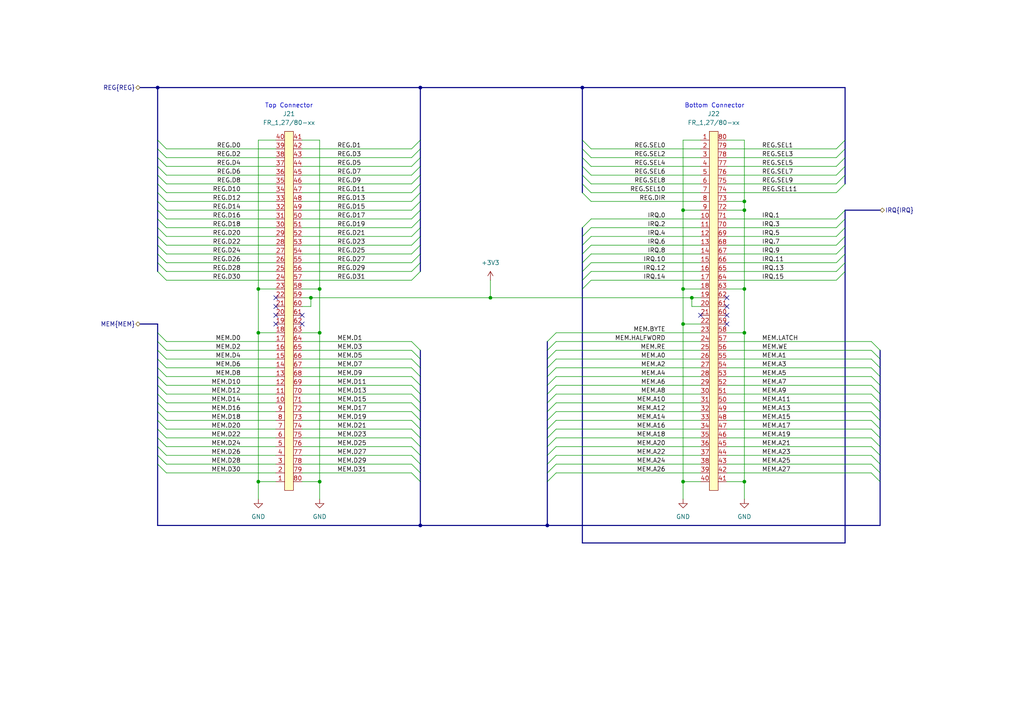
<source format=kicad_sch>
(kicad_sch (version 20231120) (generator "eeschema") (generator_version "8.0")
  (paper "A4")
  (title_block (title "RVFS Bus Ports") (date "2024-08-17") (rev "0.0.1") (comment 4 "Unconnected pins are available for future use."))
  (lib_symbols
    (symbol "FR-1-27-80-xx:FR_1,27/80-xx"
      (property "Reference" "J" (at 1.524 4.318 0))
      (property "Value" "FR_1,27/80-xx" (at 1.27 1.27 0))
      (symbol "FR_1,27/80-xx_1_1"
        (rectangle (start 0 0) (end 2.54 -104.14) (fill (type background)))
        (pin passive line (at -2.54 -2.54 0) (length 2.54) (name "") (number "1"))
        (pin passive line (at -2.54 -25.4 0) (length 2.54) (name "") (number "10"))
        (pin passive line (at -2.54 -27.94 0) (length 2.54) (name "") (number "11"))
        (pin passive line (at -2.54 -30.48 0) (length 2.54) (name "") (number "12"))
        (pin passive line (at -2.54 -33.02 0) (length 2.54) (name "") (number "13"))
        (pin passive line (at -2.54 -35.56 0) (length 2.54) (name "") (number "14"))
        (pin passive line (at -2.54 -38.1 0) (length 2.54) (name "") (number "15"))
        (pin passive line (at -2.54 -40.64 0) (length 2.54) (name "") (number "16"))
        (pin passive line (at -2.54 -43.18 0) (length 2.54) (name "") (number "17"))
        (pin passive line (at -2.54 -45.72 0) (length 2.54) (name "") (number "18"))
        (pin passive line (at -2.54 -48.26 0) (length 2.54) (name "") (number "19"))
        (pin passive line (at -2.54 -5.08 0) (length 2.54) (name "") (number "2"))
        (pin passive line (at -2.54 -50.8 0) (length 2.54) (name "") (number "20"))
        (pin passive line (at -2.54 -53.34 0) (length 2.54) (name "") (number "21"))
        (pin passive line (at -2.54 -55.88 0) (length 2.54) (name "") (number "22"))
        (pin passive line (at -2.54 -58.42 0) (length 2.54) (name "") (number "23"))
        (pin passive line (at -2.54 -60.96 0) (length 2.54) (name "") (number "24"))
        (pin passive line (at -2.54 -63.5 0) (length 2.54) (name "") (number "25"))
        (pin passive line (at -2.54 -66.04 0) (length 2.54) (name "") (number "26"))
        (pin passive line (at -2.54 -68.58 0) (length 2.54) (name "") (number "27"))
        (pin passive line (at -2.54 -71.12 0) (length 2.54) (name "") (number "28"))
        (pin passive line (at -2.54 -73.66 0) (length 2.54) (name "") (number "29"))
        (pin passive line (at -2.54 -7.62 0) (length 2.54) (name "") (number "3"))
        (pin passive line (at -2.54 -76.2 0) (length 2.54) (name "") (number "30"))
        (pin passive line (at -2.54 -78.74 0) (length 2.54) (name "") (number "31"))
        (pin passive line (at -2.54 -81.28 0) (length 2.54) (name "") (number "32"))
        (pin passive line (at -2.54 -83.82 0) (length 2.54) (name "") (number "33"))
        (pin passive line (at -2.54 -86.36 0) (length 2.54) (name "") (number "34"))
        (pin passive line (at -2.54 -88.9 0) (length 2.54) (name "") (number "35"))
        (pin passive line (at -2.54 -91.44 0) (length 2.54) (name "") (number "36"))
        (pin passive line (at -2.54 -93.98 0) (length 2.54) (name "") (number "37"))
        (pin passive line (at -2.54 -96.52 0) (length 2.54) (name "") (number "38"))
        (pin passive line (at -2.54 -99.06 0) (length 2.54) (name "") (number "39"))
        (pin passive line (at -2.54 -10.16 0) (length 2.54) (name "") (number "4"))
        (pin passive line (at -2.54 -101.6 0) (length 2.54) (name "") (number "40"))
        (pin passive line (at 5.08 -101.6 180) (length 2.54) (name "") (number "41"))
        (pin passive line (at 5.08 -99.06 180) (length 2.54) (name "") (number "42"))
        (pin passive line (at 5.08 -96.52 180) (length 2.54) (name "") (number "43"))
        (pin passive line (at 5.08 -93.98 180) (length 2.54) (name "") (number "44"))
        (pin passive line (at 5.08 -91.44 180) (length 2.54) (name "") (number "45"))
        (pin passive line (at 5.08 -88.9 180) (length 2.54) (name "") (number "46"))
        (pin passive line (at 5.08 -86.36 180) (length 2.54) (name "") (number "47"))
        (pin passive line (at 5.08 -83.82 180) (length 2.54) (name "") (number "48"))
        (pin passive line (at 5.08 -81.28 180) (length 2.54) (name "") (number "49"))
        (pin passive line (at -2.54 -12.7 0) (length 2.54) (name "") (number "5"))
        (pin passive line (at 5.08 -78.74 180) (length 2.54) (name "") (number "50"))
        (pin passive line (at 5.08 -76.2 180) (length 2.54) (name "") (number "51"))
        (pin passive line (at 5.08 -73.66 180) (length 2.54) (name "") (number "52"))
        (pin passive line (at 5.08 -71.12 180) (length 2.54) (name "") (number "53"))
        (pin passive line (at 5.08 -68.58 180) (length 2.54) (name "") (number "54"))
        (pin passive line (at 5.08 -66.04 180) (length 2.54) (name "") (number "55"))
        (pin passive line (at 5.08 -63.5 180) (length 2.54) (name "") (number "56"))
        (pin passive line (at 5.08 -60.96 180) (length 2.54) (name "") (number "57"))
        (pin passive line (at 5.08 -58.42 180) (length 2.54) (name "") (number "58"))
        (pin passive line (at 5.08 -55.88 180) (length 2.54) (name "") (number "59"))
        (pin passive line (at -2.54 -15.24 0) (length 2.54) (name "") (number "6"))
        (pin passive line (at 5.08 -53.34 180) (length 2.54) (name "") (number "60"))
        (pin passive line (at 5.08 -50.8 180) (length 2.54) (name "") (number "61"))
        (pin passive line (at 5.08 -48.26 180) (length 2.54) (name "") (number "62"))
        (pin passive line (at 5.08 -45.72 180) (length 2.54) (name "") (number "63"))
        (pin passive line (at 5.08 -43.18 180) (length 2.54) (name "") (number "64"))
        (pin passive line (at 5.08 -40.64 180) (length 2.54) (name "") (number "65"))
        (pin passive line (at 5.08 -38.1 180) (length 2.54) (name "") (number "66"))
        (pin passive line (at 5.08 -35.56 180) (length 2.54) (name "") (number "67"))
        (pin passive line (at 5.08 -33.02 180) (length 2.54) (name "") (number "68"))
        (pin passive line (at 5.08 -30.48 180) (length 2.54) (name "") (number "69"))
        (pin passive line (at -2.54 -17.78 0) (length 2.54) (name "") (number "7"))
        (pin passive line (at 5.08 -27.94 180) (length 2.54) (name "") (number "70"))
        (pin passive line (at 5.08 -25.4 180) (length 2.54) (name "") (number "71"))
        (pin passive line (at 5.08 -22.86 180) (length 2.54) (name "") (number "72"))
        (pin passive line (at 5.08 -20.32 180) (length 2.54) (name "") (number "73"))
        (pin passive line (at 5.08 -17.78 180) (length 2.54) (name "") (number "74"))
        (pin passive line (at 5.08 -15.24 180) (length 2.54) (name "") (number "75"))
        (pin passive line (at 5.08 -12.7 180) (length 2.54) (name "") (number "76"))
        (pin passive line (at 5.08 -10.16 180) (length 2.54) (name "") (number "77"))
        (pin passive line (at 5.08 -7.62 180) (length 2.54) (name "") (number "78"))
        (pin passive line (at 5.08 -5.08 180) (length 2.54) (name "") (number "79"))
        (pin passive line (at -2.54 -20.32 0) (length 2.54) (name "") (number "8"))
        (pin passive line (at 5.08 -2.54 180) (length 2.54) (name "") (number "80"))
        (pin passive line (at -2.54 -22.86 0) (length 2.54) (name "") (number "9"))
      )
    )
    (symbol "power:+3V3" (power) (pin_numbers hide) (pin_names (offset 0) hide)
      (property "Value" "+3V3" (at 0 3.556 0))
      (symbol "+3V3_0_1"
        (polyline (pts (xy -0.762 1.27) (xy 0 2.54)))
        (polyline (pts (xy 0 0) (xy 0 2.54)))
        (polyline (pts (xy 0 2.54) (xy 0.762 1.27)))
      )
      (symbol "+3V3_1_1"
        (pin power_in line (at 0 0 90) (length 0) (name "~") (number "1"))
      )
    )
    (symbol "power:GND" (power) (pin_numbers hide) (pin_names (offset 0) hide)
      (property "Value" "GND" (at 0 -3.81 0))
      (symbol "GND_0_1"
        (polyline (pts (xy 0 0) (xy 0 -1.27) (xy 1.27 -1.27) (xy 0 -2.54) (xy -1.27 -1.27) (xy 0 -1.27)))
      )
      (symbol "GND_1_1"
        (pin power_in line (at 0 0 270) (length 0) (name "~") (number "1"))
      )
    )
  )
  (junction (at 92.71 139.7))
  (junction (at 215.9 96.52))
  (junction (at 158.75 152.4))
  (junction (at 92.71 83.82))
  (junction (at 142.24 86.36))
  (junction (at 45.72 25.4))
  (junction (at 215.9 139.7))
  (junction (at 74.93 139.7))
  (junction (at 215.9 60.96))
  (junction (at 198.12 60.96))
  (junction (at 198.12 83.82))
  (junction (at 200.66 86.36))
  (junction (at 90.17 86.36))
  (junction (at 74.93 83.82))
  (junction (at 168.91 25.4))
  (junction (at 74.93 96.52))
  (junction (at 198.12 93.98))
  (junction (at 92.71 96.52))
  (junction (at 215.9 83.82))
  (junction (at 121.92 25.4))
  (junction (at 215.9 58.42))
  (junction (at 198.12 139.7))
  (junction (at 121.92 152.4))
  (no_connect (at 80.01 88.9))
  (no_connect (at 87.63 91.44))
  (no_connect (at 210.82 91.44))
  (no_connect (at 210.82 86.36))
  (no_connect (at 210.82 88.9))
  (no_connect (at 80.01 93.98))
  (no_connect (at 87.63 93.98))
  (no_connect (at 210.82 93.98))
  (no_connect (at 80.01 86.36))
  (no_connect (at 203.2 91.44))
  (no_connect (at 80.01 91.44))
  (bus_entry (at 121.92 116.84) (size -2.54 -2.54))
  (bus_entry (at 121.92 132.08) (size -2.54 -2.54))
  (bus_entry (at 121.92 55.88) (size -2.54 2.54))
  (bus_entry (at 245.11 43.18) (size -2.54 2.54))
  (bus_entry (at 45.72 73.66) (size 2.54 2.54))
  (bus_entry (at 45.72 53.34) (size 2.54 2.54))
  (bus_entry (at 45.72 68.58) (size 2.54 2.54))
  (bus_entry (at 119.38 43.18) (size 2.54 -2.54))
  (bus_entry (at 158.75 101.6) (size 2.54 -2.54))
  (bus_entry (at 121.92 63.5) (size -2.54 2.54))
  (bus_entry (at 121.92 68.58) (size -2.54 2.54))
  (bus_entry (at 121.92 121.92) (size -2.54 -2.54))
  (bus_entry (at 45.72 106.68) (size 2.54 2.54))
  (bus_entry (at 45.72 129.54) (size 2.54 2.54))
  (bus_entry (at 158.75 114.3) (size 2.54 -2.54))
  (bus_entry (at 158.75 132.08) (size 2.54 -2.54))
  (bus_entry (at 245.11 78.74) (size -2.54 2.54))
  (bus_entry (at 168.91 55.88) (size 2.54 2.54))
  (bus_entry (at 158.75 106.68) (size 2.54 -2.54))
  (bus_entry (at 45.72 58.42) (size 2.54 2.54))
  (bus_entry (at 45.72 124.46) (size 2.54 2.54))
  (bus_entry (at 168.91 78.74) (size 2.54 -2.54))
  (bus_entry (at 121.92 45.72) (size -2.54 2.54))
  (bus_entry (at 255.27 116.84) (size -2.54 -2.54))
  (bus_entry (at 45.72 66.04) (size 2.54 2.54))
  (bus_entry (at 168.91 73.66) (size 2.54 -2.54))
  (bus_entry (at 168.91 50.8) (size 2.54 2.54))
  (bus_entry (at 255.27 104.14) (size -2.54 -2.54))
  (bus_entry (at 158.75 127) (size 2.54 -2.54))
  (bus_entry (at 45.72 40.64) (size 2.54 2.54))
  (bus_entry (at 255.27 111.76) (size -2.54 -2.54))
  (bus_entry (at 245.11 68.58) (size -2.54 2.54))
  (bus_entry (at 45.72 63.5) (size 2.54 2.54))
  (bus_entry (at 45.72 55.88) (size 2.54 2.54))
  (bus_entry (at 245.11 45.72) (size -2.54 2.54))
  (bus_entry (at 45.72 132.08) (size 2.54 2.54))
  (bus_entry (at 245.11 76.2) (size -2.54 2.54))
  (bus_entry (at 245.11 73.66) (size -2.54 2.54))
  (bus_entry (at 119.38 137.16) (size 2.54 2.54))
  (bus_entry (at 45.72 76.2) (size 2.54 2.54))
  (bus_entry (at 45.72 111.76) (size 2.54 2.54))
  (bus_entry (at 255.27 127) (size -2.54 -2.54))
  (bus_entry (at 45.72 71.12) (size 2.54 2.54))
  (bus_entry (at 45.72 96.52) (size 2.54 2.54))
  (bus_entry (at 121.92 101.6) (size -2.54 -2.54))
  (bus_entry (at 255.27 139.7) (size -2.54 -2.54))
  (bus_entry (at 45.72 114.3) (size 2.54 2.54))
  (bus_entry (at 45.72 116.84) (size 2.54 2.54))
  (bus_entry (at 45.72 119.38) (size 2.54 2.54))
  (bus_entry (at 121.92 60.96) (size -2.54 2.54))
  (bus_entry (at 121.92 73.66) (size -2.54 2.54))
  (bus_entry (at 121.92 104.14) (size -2.54 -2.54))
  (bus_entry (at 255.27 106.68) (size -2.54 -2.54))
  (bus_entry (at 121.92 43.18) (size -2.54 2.54))
  (bus_entry (at 45.72 45.72) (size 2.54 2.54))
  (bus_entry (at 168.91 48.26) (size 2.54 2.54))
  (bus_entry (at 245.11 53.34) (size -2.54 2.54))
  (bus_entry (at 245.11 48.26) (size -2.54 2.54))
  (bus_entry (at 255.27 137.16) (size -2.54 -2.54))
  (bus_entry (at 255.27 134.62) (size -2.54 -2.54))
  (bus_entry (at 45.72 50.8) (size 2.54 2.54))
  (bus_entry (at 245.11 63.5) (size -2.54 2.54))
  (bus_entry (at 255.27 124.46) (size -2.54 -2.54))
  (bus_entry (at 168.91 45.72) (size 2.54 2.54))
  (bus_entry (at 121.92 127) (size -2.54 -2.54))
  (bus_entry (at 45.72 99.06) (size 2.54 2.54))
  (bus_entry (at 158.75 116.84) (size 2.54 -2.54))
  (bus_entry (at 158.75 104.14) (size 2.54 -2.54))
  (bus_entry (at 245.11 40.64) (size -2.54 2.54))
  (bus_entry (at 255.27 121.92) (size -2.54 -2.54))
  (bus_entry (at 168.91 71.12) (size 2.54 -2.54))
  (bus_entry (at 45.72 127) (size 2.54 2.54))
  (bus_entry (at 158.75 124.46) (size 2.54 -2.54))
  (bus_entry (at 121.92 134.62) (size -2.54 -2.54))
  (bus_entry (at 121.92 124.46) (size -2.54 -2.54))
  (bus_entry (at 121.92 53.34) (size -2.54 2.54))
  (bus_entry (at 121.92 129.54) (size -2.54 -2.54))
  (bus_entry (at 121.92 58.42) (size -2.54 2.54))
  (bus_entry (at 45.72 43.18) (size 2.54 2.54))
  (bus_entry (at 245.11 66.04) (size -2.54 2.54))
  (bus_entry (at 168.91 43.18) (size 2.54 2.54))
  (bus_entry (at 168.91 83.82) (size 2.54 -2.54))
  (bus_entry (at 158.75 137.16) (size 2.54 -2.54))
  (bus_entry (at 121.92 106.68) (size -2.54 -2.54))
  (bus_entry (at 168.91 53.34) (size 2.54 2.54))
  (bus_entry (at 121.92 50.8) (size -2.54 2.54))
  (bus_entry (at 121.92 111.76) (size -2.54 -2.54))
  (bus_entry (at 168.91 68.58) (size 2.54 -2.54))
  (bus_entry (at 158.75 109.22) (size 2.54 -2.54))
  (bus_entry (at 158.75 134.62) (size 2.54 -2.54))
  (bus_entry (at 158.75 121.92) (size 2.54 -2.54))
  (bus_entry (at 255.27 114.3) (size -2.54 -2.54))
  (bus_entry (at 121.92 71.12) (size -2.54 2.54))
  (bus_entry (at 245.11 60.96) (size -2.54 2.54))
  (bus_entry (at 255.27 129.54) (size -2.54 -2.54))
  (bus_entry (at 121.92 137.16) (size -2.54 -2.54))
  (bus_entry (at 168.91 66.04) (size 2.54 -2.54))
  (bus_entry (at 158.75 129.54) (size 2.54 -2.54))
  (bus_entry (at 245.11 50.8) (size -2.54 2.54))
  (bus_entry (at 158.75 99.06) (size 2.54 -2.54))
  (bus_entry (at 45.72 101.6) (size 2.54 2.54))
  (bus_entry (at 121.92 66.04) (size -2.54 2.54))
  (bus_entry (at 45.72 109.22) (size 2.54 2.54))
  (bus_entry (at 121.92 114.3) (size -2.54 -2.54))
  (bus_entry (at 255.27 119.38) (size -2.54 -2.54))
  (bus_entry (at 158.75 119.38) (size 2.54 -2.54))
  (bus_entry (at 45.72 78.74) (size 2.54 2.54))
  (bus_entry (at 45.72 104.14) (size 2.54 2.54))
  (bus_entry (at 158.75 139.7) (size 2.54 -2.54))
  (bus_entry (at 45.72 121.92) (size 2.54 2.54))
  (bus_entry (at 45.72 60.96) (size 2.54 2.54))
  (bus_entry (at 245.11 71.12) (size -2.54 2.54))
  (bus_entry (at 168.91 40.64) (size 2.54 2.54))
  (bus_entry (at 121.92 48.26) (size -2.54 2.54))
  (bus_entry (at 121.92 76.2) (size -2.54 2.54))
  (bus_entry (at 45.72 48.26) (size 2.54 2.54))
  (bus_entry (at 255.27 109.22) (size -2.54 -2.54))
  (bus_entry (at 168.91 81.28) (size 2.54 -2.54))
  (bus_entry (at 121.92 78.74) (size -2.54 2.54))
  (bus_entry (at 255.27 132.08) (size -2.54 -2.54))
  (bus_entry (at 45.72 134.62) (size 2.54 2.54))
  (bus_entry (at 168.91 76.2) (size 2.54 -2.54))
  (bus_entry (at 121.92 109.22) (size -2.54 -2.54))
  (bus_entry (at 121.92 119.38) (size -2.54 -2.54))
  (bus_entry (at 255.27 101.6) (size -2.54 -2.54))
  (bus_entry (at 158.75 111.76) (size 2.54 -2.54))
  (bus (pts (xy 121.92 139.7) (xy 121.92 152.4)))
  (wire (pts (xy 252.73 132.08) (xy 210.82 132.08)))
  (wire (pts (xy 48.26 104.14) (xy 80.01 104.14)))
  (wire (pts (xy 119.38 132.08) (xy 87.63 132.08)))
  (wire (pts (xy 161.29 124.46) (xy 203.2 124.46)))
  (wire (pts (xy 171.45 48.26) (xy 203.2 48.26)))
  (wire (pts (xy 210.82 81.28) (xy 242.57 81.28)))
  (bus (pts (xy 45.72 127) (xy 45.72 129.54)))
  (bus (pts (xy 168.91 66.04) (xy 168.91 68.58)))
  (wire (pts (xy 198.12 60.96) (xy 203.2 60.96)))
  (wire (pts (xy 119.38 76.2) (xy 87.63 76.2)))
  (wire (pts (xy 48.26 50.8) (xy 80.01 50.8)))
  (bus (pts (xy 158.75 121.92) (xy 158.75 124.46)))
  (bus (pts (xy 45.72 48.26) (xy 45.72 50.8)))
  (wire (pts (xy 171.45 50.8) (xy 203.2 50.8)))
  (wire (pts (xy 210.82 83.82) (xy 215.9 83.82)))
  (bus (pts (xy 158.75 127) (xy 158.75 129.54)))
  (bus (pts (xy 45.72 134.62) (xy 45.72 152.4)))
  (wire (pts (xy 48.26 137.16) (xy 80.01 137.16)))
  (bus (pts (xy 121.92 60.96) (xy 121.92 63.5)))
  (bus (pts (xy 45.72 116.84) (xy 45.72 119.38)))
  (bus (pts (xy 45.72 121.92) (xy 45.72 124.46)))
  (bus (pts (xy 45.72 71.12) (xy 45.72 73.66)))
  (bus (pts (xy 45.72 68.58) (xy 45.72 71.12)))
  (bus (pts (xy 121.92 109.22) (xy 121.92 111.76)))
  (wire (pts (xy 210.82 63.5) (xy 242.57 63.5)))
  (bus (pts (xy 168.91 48.26) (xy 168.91 50.8)))
  (wire (pts (xy 242.57 55.88) (xy 210.82 55.88)))
  (wire (pts (xy 161.29 137.16) (xy 203.2 137.16)))
  (wire (pts (xy 48.26 119.38) (xy 80.01 119.38)))
  (wire (pts (xy 198.12 139.7) (xy 203.2 139.7)))
  (wire (pts (xy 215.9 96.52) (xy 215.9 139.7)))
  (bus (pts (xy 245.11 43.18) (xy 245.11 45.72)))
  (wire (pts (xy 171.45 63.5) (xy 203.2 63.5)))
  (bus (pts (xy 45.72 60.96) (xy 45.72 63.5)))
  (bus (pts (xy 121.92 121.92) (xy 121.92 124.46)))
  (bus (pts (xy 158.75 99.06) (xy 158.75 101.6)))
  (wire (pts (xy 48.26 78.74) (xy 80.01 78.74)))
  (bus (pts (xy 245.11 40.64) (xy 245.11 43.18)))
  (bus (pts (xy 121.92 48.26) (xy 121.92 50.8)))
  (bus (pts (xy 45.72 58.42) (xy 45.72 60.96)))
  (wire (pts (xy 161.29 134.62) (xy 203.2 134.62)))
  (bus (pts (xy 245.11 45.72) (xy 245.11 48.26)))
  (bus (pts (xy 45.72 114.3) (xy 45.72 116.84)))
  (wire (pts (xy 119.38 129.54) (xy 87.63 129.54)))
  (wire (pts (xy 48.26 124.46) (xy 80.01 124.46)))
  (bus (pts (xy 245.11 76.2) (xy 245.11 78.74)))
  (bus (pts (xy 158.75 104.14) (xy 158.75 106.68)))
  (bus (pts (xy 121.92 45.72) (xy 121.92 48.26)))
  (bus (pts (xy 121.92 106.68) (xy 121.92 109.22)))
  (bus (pts (xy 158.75 109.22) (xy 158.75 111.76)))
  (bus (pts (xy 245.11 60.96) (xy 245.11 63.5)))
  (wire (pts (xy 80.01 96.52) (xy 74.93 96.52)))
  (bus (pts (xy 255.27 104.14) (xy 255.27 106.68)))
  (wire (pts (xy 242.57 48.26) (xy 210.82 48.26)))
  (wire (pts (xy 48.26 127) (xy 80.01 127)))
  (wire (pts (xy 171.45 73.66) (xy 203.2 73.66)))
  (wire (pts (xy 242.57 43.18) (xy 210.82 43.18)))
  (wire (pts (xy 119.38 68.58) (xy 87.63 68.58)))
  (wire (pts (xy 119.38 71.12) (xy 87.63 71.12)))
  (bus (pts (xy 45.72 152.4) (xy 121.92 152.4)))
  (wire (pts (xy 161.29 106.68) (xy 203.2 106.68)))
  (wire (pts (xy 210.82 40.64) (xy 215.9 40.64)))
  (bus (pts (xy 121.92 63.5) (xy 121.92 66.04)))
  (bus (pts (xy 158.75 152.4) (xy 255.27 152.4)))
  (wire (pts (xy 198.12 93.98) (xy 198.12 139.7)))
  (bus (pts (xy 168.91 78.74) (xy 168.91 81.28)))
  (bus (pts (xy 255.27 139.7) (xy 255.27 152.4)))
  (wire (pts (xy 90.17 86.36) (xy 142.24 86.36)))
  (wire (pts (xy 252.73 129.54) (xy 210.82 129.54)))
  (bus (pts (xy 158.75 124.46) (xy 158.75 127)))
  (wire (pts (xy 119.38 104.14) (xy 87.63 104.14)))
  (wire (pts (xy 171.45 45.72) (xy 203.2 45.72)))
  (wire (pts (xy 87.63 86.36) (xy 90.17 86.36)))
  (wire (pts (xy 92.71 40.64) (xy 92.71 83.82)))
  (wire (pts (xy 210.82 139.7) (xy 215.9 139.7)))
  (wire (pts (xy 87.63 83.82) (xy 92.71 83.82)))
  (bus (pts (xy 45.72 101.6) (xy 45.72 104.14)))
  (wire (pts (xy 142.24 81.28) (xy 142.24 86.36)))
  (wire (pts (xy 87.63 139.7) (xy 92.71 139.7)))
  (bus (pts (xy 158.75 129.54) (xy 158.75 132.08)))
  (wire (pts (xy 198.12 83.82) (xy 203.2 83.82)))
  (wire (pts (xy 171.45 78.74) (xy 203.2 78.74)))
  (wire (pts (xy 48.26 109.22) (xy 80.01 109.22)))
  (bus (pts (xy 121.92 127) (xy 121.92 129.54)))
  (wire (pts (xy 161.29 101.6) (xy 203.2 101.6)))
  (bus (pts (xy 121.92 55.88) (xy 121.92 58.42)))
  (wire (pts (xy 210.82 78.74) (xy 242.57 78.74)))
  (bus (pts (xy 158.75 132.08) (xy 158.75 134.62)))
  (bus (pts (xy 168.91 25.4) (xy 245.11 25.4)))
  (wire (pts (xy 119.38 106.68) (xy 87.63 106.68)))
  (wire (pts (xy 252.73 134.62) (xy 210.82 134.62)))
  (wire (pts (xy 171.45 66.04) (xy 203.2 66.04)))
  (wire (pts (xy 119.38 116.84) (xy 87.63 116.84)))
  (bus (pts (xy 45.72 119.38) (xy 45.72 121.92)))
  (wire (pts (xy 119.38 53.34) (xy 87.63 53.34)))
  (bus (pts (xy 45.72 129.54) (xy 45.72 132.08)))
  (bus (pts (xy 168.91 40.64) (xy 168.91 43.18)))
  (wire (pts (xy 119.38 121.92) (xy 87.63 121.92)))
  (wire (pts (xy 203.2 40.64) (xy 198.12 40.64)))
  (wire (pts (xy 119.38 78.74) (xy 87.63 78.74)))
  (wire (pts (xy 203.2 88.9) (xy 200.66 88.9)))
  (bus (pts (xy 168.91 43.18) (xy 168.91 45.72)))
  (bus (pts (xy 121.92 134.62) (xy 121.92 137.16)))
  (bus (pts (xy 255.27 111.76) (xy 255.27 114.3)))
  (wire (pts (xy 48.26 73.66) (xy 80.01 73.66)))
  (bus (pts (xy 158.75 114.3) (xy 158.75 116.84)))
  (bus (pts (xy 245.11 66.04) (xy 245.11 68.58)))
  (bus (pts (xy 168.91 25.4) (xy 168.91 40.64)))
  (bus (pts (xy 45.72 93.98) (xy 45.72 96.52)))
  (wire (pts (xy 119.38 58.42) (xy 87.63 58.42)))
  (bus (pts (xy 158.75 134.62) (xy 158.75 137.16)))
  (wire (pts (xy 210.82 58.42) (xy 215.9 58.42)))
  (wire (pts (xy 74.93 96.52) (xy 74.93 139.7)))
  (bus (pts (xy 45.72 25.4) (xy 45.72 40.64)))
  (wire (pts (xy 48.26 106.68) (xy 80.01 106.68)))
  (wire (pts (xy 119.38 109.22) (xy 87.63 109.22)))
  (wire (pts (xy 215.9 139.7) (xy 215.9 144.78)))
  (wire (pts (xy 210.82 68.58) (xy 242.57 68.58)))
  (wire (pts (xy 161.29 114.3) (xy 203.2 114.3)))
  (bus (pts (xy 245.11 68.58) (xy 245.11 71.12)))
  (wire (pts (xy 119.38 48.26) (xy 87.63 48.26)))
  (bus (pts (xy 255.27 132.08) (xy 255.27 134.62)))
  (wire (pts (xy 171.45 55.88) (xy 203.2 55.88)))
  (bus (pts (xy 121.92 66.04) (xy 121.92 68.58)))
  (wire (pts (xy 48.26 43.18) (xy 80.01 43.18)))
  (bus (pts (xy 45.72 55.88) (xy 45.72 58.42)))
  (wire (pts (xy 48.26 68.58) (xy 80.01 68.58)))
  (bus (pts (xy 45.72 111.76) (xy 45.72 114.3)))
  (bus (pts (xy 245.11 50.8) (xy 245.11 53.34)))
  (wire (pts (xy 215.9 58.42) (xy 215.9 60.96)))
  (wire (pts (xy 74.93 83.82) (xy 80.01 83.82)))
  (bus (pts (xy 121.92 50.8) (xy 121.92 53.34)))
  (bus (pts (xy 168.91 45.72) (xy 168.91 48.26)))
  (wire (pts (xy 48.26 55.88) (xy 80.01 55.88)))
  (wire (pts (xy 48.26 60.96) (xy 80.01 60.96)))
  (bus (pts (xy 168.91 73.66) (xy 168.91 76.2)))
  (wire (pts (xy 48.26 58.42) (xy 80.01 58.42)))
  (wire (pts (xy 48.26 111.76) (xy 80.01 111.76)))
  (wire (pts (xy 48.26 71.12) (xy 80.01 71.12)))
  (wire (pts (xy 161.29 129.54) (xy 203.2 129.54)))
  (bus (pts (xy 255.27 119.38) (xy 255.27 121.92)))
  (wire (pts (xy 48.26 114.3) (xy 80.01 114.3)))
  (bus (pts (xy 158.75 111.76) (xy 158.75 114.3)))
  (wire (pts (xy 48.26 45.72) (xy 80.01 45.72)))
  (bus (pts (xy 168.91 50.8) (xy 168.91 53.34)))
  (wire (pts (xy 119.38 124.46) (xy 87.63 124.46)))
  (wire (pts (xy 92.71 96.52) (xy 92.71 139.7)))
  (bus (pts (xy 255.27 60.96) (xy 245.11 60.96)))
  (wire (pts (xy 200.66 88.9) (xy 200.66 86.36)))
  (wire (pts (xy 252.73 124.46) (xy 210.82 124.46)))
  (bus (pts (xy 40.64 93.98) (xy 45.72 93.98)))
  (wire (pts (xy 210.82 66.04) (xy 242.57 66.04)))
  (wire (pts (xy 87.63 99.06) (xy 119.38 99.06)))
  (bus (pts (xy 255.27 109.22) (xy 255.27 111.76)))
  (bus (pts (xy 158.75 139.7) (xy 158.75 152.4)))
  (wire (pts (xy 48.26 66.04) (xy 80.01 66.04)))
  (bus (pts (xy 255.27 114.3) (xy 255.27 116.84)))
  (bus (pts (xy 45.72 25.4) (xy 121.92 25.4)))
  (bus (pts (xy 40.64 25.4) (xy 45.72 25.4)))
  (bus (pts (xy 245.11 157.48) (xy 168.91 157.48)))
  (wire (pts (xy 242.57 50.8) (xy 210.82 50.8)))
  (bus (pts (xy 45.72 73.66) (xy 45.72 76.2)))
  (bus (pts (xy 121.92 43.18) (xy 121.92 45.72)))
  (wire (pts (xy 48.26 129.54) (xy 80.01 129.54)))
  (wire (pts (xy 119.38 114.3) (xy 87.63 114.3)))
  (wire (pts (xy 161.29 104.14) (xy 203.2 104.14)))
  (wire (pts (xy 198.12 93.98) (xy 203.2 93.98)))
  (wire (pts (xy 210.82 99.06) (xy 252.73 99.06)))
  (bus (pts (xy 255.27 116.84) (xy 255.27 119.38)))
  (wire (pts (xy 119.38 101.6) (xy 87.63 101.6)))
  (bus (pts (xy 121.92 25.4) (xy 168.91 25.4)))
  (bus (pts (xy 45.72 45.72) (xy 45.72 48.26)))
  (wire (pts (xy 48.26 48.26) (xy 80.01 48.26)))
  (wire (pts (xy 119.38 43.18) (xy 87.63 43.18)))
  (wire (pts (xy 48.26 121.92) (xy 80.01 121.92)))
  (bus (pts (xy 255.27 137.16) (xy 255.27 139.7)))
  (wire (pts (xy 119.38 50.8) (xy 87.63 50.8)))
  (bus (pts (xy 121.92 111.76) (xy 121.92 114.3)))
  (wire (pts (xy 252.73 121.92) (xy 210.82 121.92)))
  (bus (pts (xy 45.72 106.68) (xy 45.72 109.22)))
  (bus (pts (xy 255.27 127) (xy 255.27 129.54)))
  (wire (pts (xy 119.38 73.66) (xy 87.63 73.66)))
  (bus (pts (xy 45.72 53.34) (xy 45.72 55.88)))
  (wire (pts (xy 252.73 109.22) (xy 210.82 109.22)))
  (wire (pts (xy 119.38 127) (xy 87.63 127)))
  (bus (pts (xy 45.72 50.8) (xy 45.72 53.34)))
  (bus (pts (xy 45.72 40.64) (xy 45.72 43.18)))
  (bus (pts (xy 121.92 101.6) (xy 121.92 104.14)))
  (bus (pts (xy 121.92 76.2) (xy 121.92 78.74)))
  (wire (pts (xy 200.66 86.36) (xy 203.2 86.36)))
  (bus (pts (xy 121.92 104.14) (xy 121.92 106.68)))
  (wire (pts (xy 198.12 40.64) (xy 198.12 60.96)))
  (bus (pts (xy 45.72 63.5) (xy 45.72 66.04)))
  (bus (pts (xy 245.11 25.4) (xy 245.11 40.64)))
  (wire (pts (xy 161.29 119.38) (xy 203.2 119.38)))
  (wire (pts (xy 48.26 81.28) (xy 80.01 81.28)))
  (wire (pts (xy 48.26 132.08) (xy 80.01 132.08)))
  (bus (pts (xy 158.75 116.84) (xy 158.75 119.38)))
  (bus (pts (xy 121.92 68.58) (xy 121.92 71.12)))
  (wire (pts (xy 242.57 45.72) (xy 210.82 45.72)))
  (bus (pts (xy 245.11 71.12) (xy 245.11 73.66)))
  (wire (pts (xy 119.38 63.5) (xy 87.63 63.5)))
  (wire (pts (xy 210.82 60.96) (xy 215.9 60.96)))
  (wire (pts (xy 252.73 116.84) (xy 210.82 116.84)))
  (wire (pts (xy 87.63 40.64) (xy 92.71 40.64)))
  (bus (pts (xy 121.92 58.42) (xy 121.92 60.96)))
  (wire (pts (xy 198.12 83.82) (xy 198.12 93.98)))
  (wire (pts (xy 119.38 134.62) (xy 87.63 134.62)))
  (wire (pts (xy 171.45 43.18) (xy 203.2 43.18)))
  (wire (pts (xy 119.38 81.28) (xy 87.63 81.28)))
  (bus (pts (xy 168.91 53.34) (xy 168.91 55.88)))
  (wire (pts (xy 161.29 116.84) (xy 203.2 116.84)))
  (bus (pts (xy 45.72 66.04) (xy 45.72 68.58)))
  (bus (pts (xy 255.27 106.68) (xy 255.27 109.22)))
  (wire (pts (xy 171.45 58.42) (xy 203.2 58.42)))
  (wire (pts (xy 161.29 99.06) (xy 203.2 99.06)))
  (wire (pts (xy 48.26 99.06) (xy 80.01 99.06)))
  (wire (pts (xy 74.93 40.64) (xy 74.93 83.82)))
  (wire (pts (xy 252.73 106.68) (xy 210.82 106.68)))
  (wire (pts (xy 48.26 101.6) (xy 80.01 101.6)))
  (bus (pts (xy 168.91 71.12) (xy 168.91 73.66)))
  (wire (pts (xy 80.01 40.64) (xy 74.93 40.64)))
  (bus (pts (xy 121.92 73.66) (xy 121.92 76.2)))
  (wire (pts (xy 198.12 60.96) (xy 198.12 83.82)))
  (wire (pts (xy 74.93 139.7) (xy 80.01 139.7)))
  (bus (pts (xy 121.92 40.64) (xy 121.92 43.18)))
  (wire (pts (xy 87.63 96.52) (xy 92.71 96.52)))
  (bus (pts (xy 158.75 101.6) (xy 158.75 104.14)))
  (bus (pts (xy 158.75 106.68) (xy 158.75 109.22)))
  (bus (pts (xy 245.11 73.66) (xy 245.11 76.2)))
  (wire (pts (xy 210.82 73.66) (xy 242.57 73.66)))
  (bus (pts (xy 121.92 114.3) (xy 121.92 116.84)))
  (wire (pts (xy 215.9 40.64) (xy 215.9 58.42)))
  (bus (pts (xy 255.27 101.6) (xy 255.27 104.14)))
  (bus (pts (xy 255.27 134.62) (xy 255.27 137.16)))
  (bus (pts (xy 245.11 63.5) (xy 245.11 66.04)))
  (bus (pts (xy 45.72 104.14) (xy 45.72 106.68)))
  (wire (pts (xy 161.29 96.52) (xy 203.2 96.52)))
  (bus (pts (xy 121.92 71.12) (xy 121.92 73.66)))
  (wire (pts (xy 252.73 111.76) (xy 210.82 111.76)))
  (bus (pts (xy 168.91 83.82) (xy 168.91 157.48)))
  (bus (pts (xy 121.92 25.4) (xy 121.92 40.64)))
  (wire (pts (xy 252.73 104.14) (xy 210.82 104.14)))
  (bus (pts (xy 121.92 124.46) (xy 121.92 127)))
  (bus (pts (xy 121.92 132.08) (xy 121.92 134.62)))
  (wire (pts (xy 161.29 121.92) (xy 203.2 121.92)))
  (wire (pts (xy 161.29 109.22) (xy 203.2 109.22)))
  (wire (pts (xy 171.45 71.12) (xy 203.2 71.12)))
  (bus (pts (xy 121.92 53.34) (xy 121.92 55.88)))
  (bus (pts (xy 255.27 124.46) (xy 255.27 127)))
  (wire (pts (xy 74.93 139.7) (xy 74.93 144.78)))
  (wire (pts (xy 48.26 53.34) (xy 80.01 53.34)))
  (bus (pts (xy 168.91 76.2) (xy 168.91 78.74)))
  (wire (pts (xy 74.93 83.82) (xy 74.93 96.52)))
  (bus (pts (xy 45.72 109.22) (xy 45.72 111.76)))
  (wire (pts (xy 210.82 96.52) (xy 215.9 96.52)))
  (bus (pts (xy 255.27 129.54) (xy 255.27 132.08)))
  (wire (pts (xy 119.38 55.88) (xy 87.63 55.88)))
  (bus (pts (xy 255.27 121.92) (xy 255.27 124.46)))
  (wire (pts (xy 252.73 114.3) (xy 210.82 114.3)))
  (wire (pts (xy 119.38 60.96) (xy 87.63 60.96)))
  (bus (pts (xy 158.75 119.38) (xy 158.75 121.92)))
  (bus (pts (xy 121.92 119.38) (xy 121.92 121.92)))
  (wire (pts (xy 215.9 60.96) (xy 215.9 83.82)))
  (bus (pts (xy 45.72 99.06) (xy 45.72 101.6)))
  (wire (pts (xy 242.57 53.34) (xy 210.82 53.34)))
  (bus (pts (xy 168.91 68.58) (xy 168.91 71.12)))
  (wire (pts (xy 161.29 111.76) (xy 203.2 111.76)))
  (wire (pts (xy 142.24 86.36) (xy 200.66 86.36)))
  (bus (pts (xy 245.11 78.74) (xy 245.11 157.48)))
  (bus (pts (xy 121.92 129.54) (xy 121.92 132.08)))
  (bus (pts (xy 45.72 76.2) (xy 45.72 78.74)))
  (wire (pts (xy 210.82 101.6) (xy 252.73 101.6)))
  (wire (pts (xy 119.38 111.76) (xy 87.63 111.76)))
  (bus (pts (xy 45.72 124.46) (xy 45.72 127)))
  (wire (pts (xy 119.38 137.16) (xy 87.63 137.16)))
  (wire (pts (xy 171.45 68.58) (xy 203.2 68.58)))
  (wire (pts (xy 92.71 83.82) (xy 92.71 96.52)))
  (bus (pts (xy 121.92 137.16) (xy 121.92 139.7)))
  (bus (pts (xy 45.72 132.08) (xy 45.72 134.62)))
  (wire (pts (xy 90.17 88.9) (xy 90.17 86.36)))
  (wire (pts (xy 92.71 139.7) (xy 92.71 144.78)))
  (wire (pts (xy 161.29 127) (xy 203.2 127)))
  (bus (pts (xy 245.11 48.26) (xy 245.11 50.8)))
  (wire (pts (xy 198.12 139.7) (xy 198.12 144.78)))
  (wire (pts (xy 171.45 53.34) (xy 203.2 53.34)))
  (bus (pts (xy 45.72 96.52) (xy 45.72 99.06)))
  (wire (pts (xy 252.73 119.38) (xy 210.82 119.38)))
  (bus (pts (xy 121.92 116.84) (xy 121.92 119.38)))
  (wire (pts (xy 215.9 83.82) (xy 215.9 96.52)))
  (wire (pts (xy 210.82 71.12) (xy 242.57 71.12)))
  (wire (pts (xy 119.38 119.38) (xy 87.63 119.38)))
  (wire (pts (xy 48.26 116.84) (xy 80.01 116.84)))
  (wire (pts (xy 48.26 76.2) (xy 80.01 76.2)))
  (bus (pts (xy 158.75 137.16) (xy 158.75 139.7)))
  (bus (pts (xy 45.72 43.18) (xy 45.72 45.72)))
  (wire (pts (xy 87.63 88.9) (xy 90.17 88.9)))
  (wire (pts (xy 119.38 66.04) (xy 87.63 66.04)))
  (wire (pts (xy 252.73 137.16) (xy 210.82 137.16)))
  (wire (pts (xy 48.26 63.5) (xy 80.01 63.5)))
  (bus (pts (xy 168.91 81.28) (xy 168.91 83.82)))
  (wire (pts (xy 171.45 81.28) (xy 203.2 81.28)))
  (wire (pts (xy 48.26 134.62) (xy 80.01 134.62)))
  (wire (pts (xy 252.73 127) (xy 210.82 127)))
  (wire (pts (xy 210.82 76.2) (xy 242.57 76.2)))
  (wire (pts (xy 161.29 132.08) (xy 203.2 132.08)))
  (wire (pts (xy 171.45 76.2) (xy 203.2 76.2)))
  (bus (pts (xy 121.92 152.4) (xy 158.75 152.4)))
  (wire (pts (xy 119.38 45.72) (xy 87.63 45.72)))
  (text "Bottom Connector" (at 207.264 30.734 0) (effects (font (size 1.27 1.27))))
  (text "Top Connector" (at 83.82 30.734 0) (effects (font (size 1.27 1.27))))
  (label "REG.D21" (at 97.79 68.58 0))
  (label "REG.D22" (at 69.85 71.12 180))
  (label "REG.D23" (at 97.79 71.12 0))
  (label "MEM.A17" (at 220.98 124.46 0))
  (label "MEM.D1" (at 97.79 99.06 0))
  (label "IRQ.11" (at 220.98 76.2 0))
  (label "MEM.A6" (at 193.04 111.76 180))
  (label "MEM.D5" (at 97.79 104.14 0))
  (label "MEM.D19" (at 97.79 121.92 0))
  (label "MEM.A18" (at 193.04 127 180))
  (label "REG.D26" (at 69.85 76.2 180))
  (label "IRQ.4" (at 193.04 68.58 180))
  (label "MEM.A15" (at 220.98 121.92 0))
  (label "MEM.LATCH" (at 220.98 99.06 0))
  (label "REG.D12" (at 69.85 58.42 180))
  (label "REG.SEL4" (at 193.04 48.26 180))
  (label "MEM.A24" (at 193.04 134.62 180))
  (label "IRQ.13" (at 220.98 78.74 0))
  (label "IRQ.9" (at 220.98 73.66 0))
  (label "MEM.D23" (at 97.79 127 0))
  (label "REG.D31" (at 97.79 81.28 0))
  (label "REG.SEL8" (at 193.04 53.34 180))
  (label "REG.D0" (at 69.85 43.18 180))
  (label "REG.SEL6" (at 193.04 50.8 180))
  (label "MEM.A0" (at 193.04 104.14 180))
  (label "MEM.RE" (at 193.04 101.6 180))
  (label "REG.D18" (at 69.85 66.04 180))
  (label "REG.D9" (at 97.79 53.34 0))
  (label "MEM.D30" (at 69.85 137.16 180))
  (label "MEM.A26" (at 193.04 137.16 180))
  (label "REG.D17" (at 97.79 63.5 0))
  (label "MEM.A20" (at 193.04 129.54 180))
  (label "MEM.D7" (at 97.79 106.68 0))
  (label "REG.D24" (at 69.85 73.66 180))
  (label "IRQ.12" (at 193.04 78.74 180))
  (label "REG.SEL7" (at 220.98 50.8 0))
  (label "IRQ.3" (at 220.98 66.04 0))
  (label "IRQ.6" (at 193.04 71.12 180))
  (label "MEM.A27" (at 220.98 137.16 0))
  (label "MEM.A8" (at 193.04 114.3 180))
  (label "MEM.D22" (at 69.85 127 180))
  (label "MEM.D20" (at 69.85 124.46 180))
  (label "IRQ.1" (at 220.98 63.5 0))
  (label "REG.SEL11" (at 220.98 55.88 0))
  (label "IRQ.7" (at 220.98 71.12 0))
  (label "REG.SEL9" (at 220.98 53.34 0))
  (label "REG.D1" (at 97.79 43.18 0))
  (label "MEM.D8" (at 69.85 109.22 180))
  (label "MEM.D17" (at 97.79 119.38 0))
  (label "IRQ.8" (at 193.04 73.66 180))
  (label "REG.SEL10" (at 193.04 55.88 180))
  (label "REG.D27" (at 97.79 76.2 0))
  (label "REG.SEL0" (at 193.04 43.18 180))
  (label "MEM.A10" (at 193.04 116.84 180))
  (label "MEM.A22" (at 193.04 132.08 180))
  (label "REG.D2" (at 69.85 45.72 180))
  (label "MEM.A19" (at 220.98 127 0))
  (label "MEM.D14" (at 69.85 116.84 180))
  (label "REG.D16" (at 69.85 63.5 180))
  (label "MEM.A5" (at 220.98 109.22 0))
  (label "MEM.D12" (at 69.85 114.3 180))
  (label "REG.D11" (at 97.79 55.88 0))
  (label "IRQ.15" (at 220.98 81.28 0))
  (label "MEM.A9" (at 220.98 114.3 0))
  (label "MEM.D2" (at 69.85 101.6 180))
  (label "MEM.D26" (at 69.85 132.08 180))
  (label "MEM.A23" (at 220.98 132.08 0))
  (label "REG.D28" (at 69.85 78.74 180))
  (label "MEM.HALFWORD" (at 193.04 99.06 180))
  (label "IRQ.0" (at 193.04 63.5 180))
  (label "MEM.BYTE" (at 193.04 96.52 180))
  (label "REG.D19" (at 97.79 66.04 0))
  (label "MEM.D25" (at 97.79 129.54 0))
  (label "MEM.D15" (at 97.79 116.84 0))
  (label "MEM.A11" (at 220.98 116.84 0))
  (label "MEM.D18" (at 69.85 121.92 180))
  (label "REG.D4" (at 69.85 48.26 180))
  (label "MEM.D13" (at 97.79 114.3 0))
  (label "MEM.A4" (at 193.04 109.22 180))
  (label "REG.D20" (at 69.85 68.58 180))
  (label "MEM.A13" (at 220.98 119.38 0))
  (label "MEM.A25" (at 220.98 134.62 0))
  (label "REG.DIR" (at 193.04 58.42 180))
  (label "MEM.A16" (at 193.04 124.46 180))
  (label "REG.D15" (at 97.79 60.96 0))
  (label "IRQ.5" (at 220.98 68.58 0))
  (label "MEM.D11" (at 97.79 111.76 0))
  (label "REG.D7" (at 97.79 50.8 0))
  (label "MEM.D27" (at 97.79 132.08 0))
  (label "MEM.A3" (at 220.98 106.68 0))
  (label "REG.D30" (at 69.85 81.28 180))
  (label "MEM.D3" (at 97.79 101.6 0))
  (label "REG.SEL1" (at 220.98 43.18 0))
  (label "IRQ.2" (at 193.04 66.04 180))
  (label "REG.SEL5" (at 220.98 48.26 0))
  (label "MEM.D31" (at 97.79 137.16 0))
  (label "MEM.A14" (at 193.04 121.92 180))
  (label "MEM.D29" (at 97.79 134.62 0))
  (label "REG.D6" (at 69.85 50.8 180))
  (label "MEM.D16" (at 69.85 119.38 180))
  (label "REG.SEL2" (at 193.04 45.72 180))
  (label "REG.D13" (at 97.79 58.42 0))
  (label "REG.D5" (at 97.79 48.26 0))
  (label "MEM.D9" (at 97.79 109.22 0))
  (label "MEM.D4" (at 69.85 104.14 180))
  (label "MEM.D28" (at 69.85 134.62 180))
  (label "REG.D10" (at 69.85 55.88 180))
  (label "MEM.A7" (at 220.98 111.76 0))
  (label "MEM.A12" (at 193.04 119.38 180))
  (label "MEM.D10" (at 69.85 111.76 180))
  (label "REG.SEL3" (at 220.98 45.72 0))
  (label "REG.D14" (at 69.85 60.96 180))
  (label "REG.D29" (at 97.79 78.74 0))
  (label "MEM.D0" (at 69.85 99.06 180))
  (label "REG.D8" (at 69.85 53.34 180))
  (label "REG.D3" (at 97.79 45.72 0))
  (label "MEM.A2" (at 193.04 106.68 180))
  (label "REG.D25" (at 97.79 73.66 0))
  (label "MEM.A1" (at 220.98 104.14 0))
  (label "MEM.WE" (at 220.98 101.6 0))
  (label "IRQ.10" (at 193.04 76.2 180))
  (label "IRQ.14" (at 193.04 81.28 180))
  (label "MEM.D6" (at 69.85 106.68 180))
  (label "MEM.A21" (at 220.98 129.54 0))
  (label "MEM.D24" (at 69.85 129.54 180))
  (label "MEM.D21" (at 97.79 124.46 0))
  (hierarchical_label "REG{REG}" (shape bidirectional) (at 40.64 25.4 180))
  (hierarchical_label "IRQ{IRQ}" (shape bidirectional) (at 255.27 60.96 0))
  (hierarchical_label "MEM{MEM}" (shape bidirectional) (at 40.64 93.98 180))
  (symbol (lib_id "power:GND") (at 74.93 144.78 0) (unit 1)
    (property "Reference" "#PWR0201" (effects (hide yes)))
    (property "Value" "GND" (at 74.93 149.86 0))
    (property "Description" "Power symbol creates a global label with name \"GND\" , ground" (effects (hide yes)))
  )
  (symbol (lib_id "power:GND") (at 215.9 144.78 0) (unit 1)
    (property "Reference" "#PWR0205" (effects (hide yes)))
    (property "Value" "GND" (at 215.9 149.86 0))
    (property "Description" "Power symbol creates a global label with name \"GND\" , ground" (effects (hide yes)))
  )
  (symbol (lib_id "power:GND") (at 92.71 144.78 0) (unit 1)
    (property "Reference" "#PWR0202" (effects (hide yes)))
    (property "Value" "GND" (at 92.71 149.86 0))
    (property "Description" "Power symbol creates a global label with name \"GND\" , ground" (effects (hide yes)))
  )
  (symbol (lib_id "FR-1-27-80-xx:FR_1,27/80-xx") (at 82.55 142.24 0) (mirror x) (unit 1)
    (property "Reference" "J21" (at 83.82 33.02 0))
    (property "Value" "FR_1,27/80-xx" (at 83.82 35.56 0))
    (property "Description" "SMD female connector" (effects (hide yes)))
  )
  (symbol (lib_id "power:GND") (at 198.12 144.78 0) (unit 1)
    (property "Reference" "#PWR0204" (effects (hide yes)))
    (property "Value" "GND" (at 198.12 149.86 0))
    (property "Description" "Power symbol creates a global label with name \"GND\" , ground" (effects (hide yes)))
  )
  (symbol (lib_id "power:+3V3") (at 142.24 81.28 0) (unit 1)
    (property "Reference" "#PWR0203" (effects (hide yes)))
    (property "Value" "+3V3" (at 142.24 76.2 0))
    (property "Description" "Power symbol creates a global label with name \"+3V3\"" (effects (hide yes)))
  )
  (symbol (lib_id "FR-1-27-80-xx:FR_1,27/80-xx") (at 205.74 38.1 0) (unit 1)
    (property "Reference" "J22" (at 207.01 33.02 0))
    (property "Value" "FR_1,27/80-xx" (at 207.01 35.56 0))
    (property "Description" "SMD female connector" (effects (hide yes)))
  )
)
</source>
